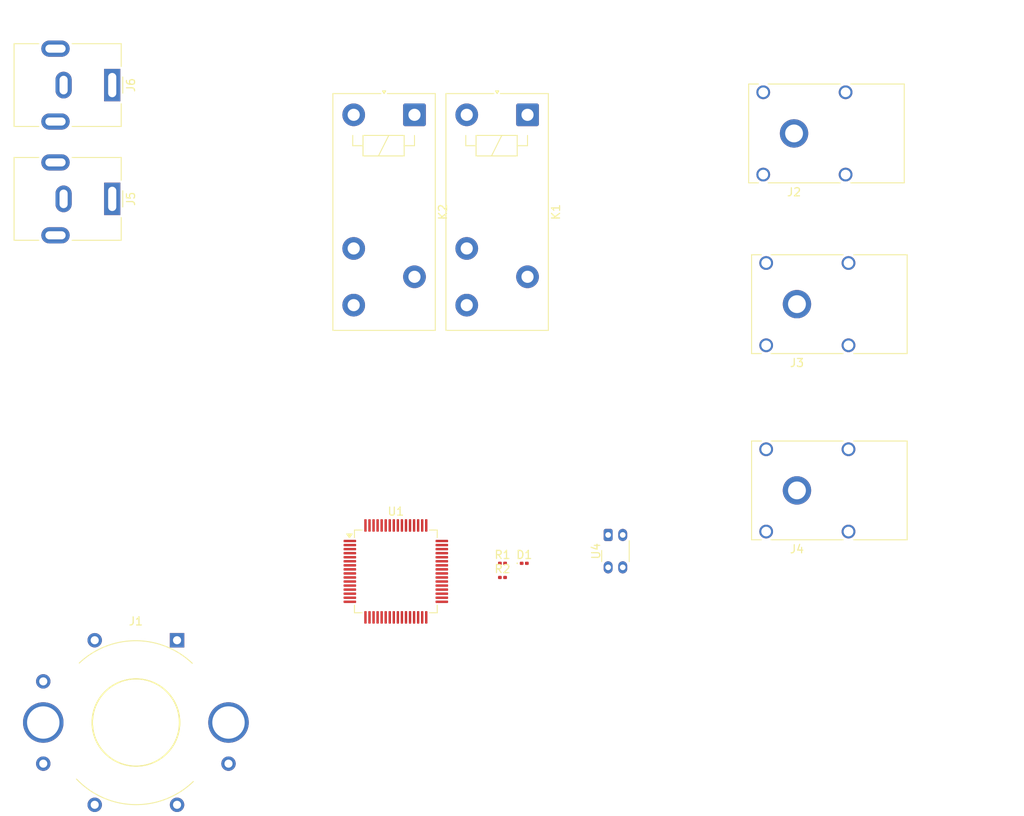
<source format=kicad_pcb>
(kicad_pcb (version 20241229) (generator "pcbnew") (generator_version "9.0")
  (layers (0 "F.Cu" signal) (2 "B.Cu" signal) (13 "F.Paste" user) (15 "B.Paste" user) (5 "F.SilkS" user "F.Silkscreen") (7 "B.SilkS" user "B.Silkscreen") (1 "F.Mask" user) (3 "B.Mask" user) (25 "Edge.Cuts" user))
  (net 0 "")
  (net 1 "Net-(D1-A)")
  (net 2 "Net-(J2-Pin_2)")
  (net 3 "Earth")
  (net 10 "Net-(U1-VSS-Pad18)")
  (net 12 "Net-(U1-PA4)")
  (net 20 "Net-(U1-PA10)")
  (net 34 "Net-(U1-PA6)")
  (net 41 "Net-(U1-PA8)")
  (net 55 "Net-(U1-PA7)")
  (net 57 "Net-(U1-PA9)")
  (net 65 "Net-(U4-A)")
  (net 66 "Chargeur +12V")
  (net 67 "Net-(D1-K)")
  (net 68 "Net-(J3-Pin_1)")
  (net 69 "Net-(J4-Pin_1)")
  (net 70 "Net-(J5-Pin_1)")
  (net 71 "Net-(J6-Pin_1)")
  (footprint "Connector_BarrelJack:BarrelJack_CUI_PJ-063AH_Horizontal" (layer "F.Cu") (at 75 71 -90)
    (property "Reference" "J5" (at 0 -2.3 90) (layer "F.SilkS"))
    (property "Value" "Plug Detecteur de proximite")
    (fp_line (start -5.11 12.11) (end -5.11 9.05) (stroke (width 0.12)) (layer "F.SilkS"))
    (fp_line (start 5.11 12.11) (end -5.11 12.11) (stroke (width 0.12)) (layer "F.SilkS"))
    (fp_line (start 5.11 9.05) (end 5.11 12.11) (stroke (width 0.12)) (layer "F.SilkS"))
    (fp_line (start -5.11 4.95) (end -5.11 -1.11) (stroke (width 0.12)) (layer "F.SilkS"))
    (fp_line (start -5.11 -1.11) (end -2.3 -1.11) (stroke (width 0.12)) (layer "F.SilkS"))
    (fp_line (start 2.3 -1.11) (end 5.11 -1.11) (stroke (width 0.12)) (layer "F.SilkS"))
    (fp_line (start 5.11 -1.11) (end 5.11 4.95) (stroke (width 0.12)) (layer "F.SilkS"))
    (fp_line (start -1 -1.3) (end 1 -1.3) (stroke (width 0.12)) (layer "F.SilkS"))
    (pad "" np_thru_hole circle (at 0 9 270) (size 1.6 1.6) (drill 1.6) (layers "*.Cu" "*.Mask"))
    (pad "1" thru_hole rect (at 0 0 270) (size 4 2) (drill oval 3 1) (layers "*.Cu" "*.Mask") (net 70 "Net-(J5-Pin_1)"))
    (pad "2" thru_hole oval (at 0 6 270) (size 3.3 2) (drill oval 2.3 1) (layers "*.Cu" "*.Mask"))
    (pad "MP" thru_hole oval (at -4.5 7 270) (size 2 3.5) (drill oval 1 2.5) (layers "*.Cu" "*.Mask"))
    (pad "MP" thru_hole oval (at 4.5 7 270) (size 2 3.5) (drill oval 1 2.5) (layers "*.Cu" "*.Mask"))
  )
  (footprint "Resistor_SMD:R_0201_0603Metric" (layer "F.Cu") (at 123.16 116)
    (property "Reference" "R1" (at 0 -1.05 0) (layer "F.SilkS"))
    (property "Value" "R")
    (pad "1" smd roundrect (at -0.32 0) (size 0.46 0.4) (layers "F.Cu" "F.Mask") (net 3 "Earth"))
    (pad "2" smd roundrect (at 0.32 0) (size 0.46 0.4) (layers "F.Cu" "F.Mask") (net 70 "Net-(J5-Pin_1)"))
  )
  (footprint "LED_SMD:LED_0201_0603Metric" (layer "F.Cu") (at 125.845 116)
    (property "Reference" "D1" (at 0 -1.05 0) (layer "F.SilkS"))
    (property "Value" "D")
    (fp_circle (center -0.86 0) (end -0.81 0) (stroke (width 0.1)) (fill no) (layer "F.SilkS"))
    (pad "1" smd roundrect (at -0.32 0) (size 0.46 0.4) (layers "F.Cu" "F.Mask") (net 67 "Net-(D1-K)"))
    (pad "2" smd roundrect (at 0.32 0) (size 0.46 0.4) (layers "F.Cu" "F.Mask") (net 1 "Net-(D1-A)"))
  )
  (footprint "Connector:Banana_Cliff_FCR7350B_S16N-PC_Horizontal" (layer "F.Cu") (at 159.5 107 180)
    (property "Reference" "J4" (at 0 -7.25 0) (layer "F.SilkS"))
    (property "Value" "Plug Charge 2")
    (fp_line (start 5.6 6.1) (end 5.6 -6.1) (stroke (width 0.12)) (layer "F.SilkS"))
    (fp_line (start 5.6 -6.1) (end 4.4 -6.1) (stroke (width 0.12)) (layer "F.SilkS"))
    (fp_line (start 4.4 6.1) (end 5.6 6.1) (stroke (width 0.12)) (layer "F.SilkS"))
    (fp_line (start 3.2 -6.1) (end -5.7 -6.1) (stroke (width 0.12)) (layer "F.SilkS"))
    (fp_line (start -5.7 6.1) (end 3.2 6.1) (stroke (width 0.12)) (layer "F.SilkS"))
    (fp_line (start -7 -6.1) (end -13.6 -6.1) (stroke (width 0.12)) (layer "F.SilkS"))
    (fp_line (start -13.6 6.1) (end -7 6.1) (stroke (width 0.12)) (layer "F.SilkS"))
    (fp_line (start -13.6 -6.1) (end -13.6 6.1) (stroke (width 0.12)) (layer "F.SilkS"))
    (pad "" np_thru_hole circle (at -6.36 -5.08 180) (size 1.7 1.7) (drill 1.2) (layers "*.Cu" "*.Mask"))
    (pad "" np_thru_hole circle (at -6.36 5.08 180) (size 1.7 1.7) (drill 1.2) (layers "*.Cu" "*.Mask"))
    (pad "" np_thru_hole circle (at 3.8 -5.08 180) (size 1.7 1.7) (drill 1.2) (layers "*.Cu" "*.Mask"))
    (pad "" np_thru_hole circle (at 3.8 5.08 180) (size 1.7 1.7) (drill 1.2) (layers "*.Cu" "*.Mask"))
    (pad "1" thru_hole circle (at 0 0 180) (size 3.5 3.5) (drill 2.2) (layers "*.Cu" "*.Mask") (net 69 "Net-(J4-Pin_1)"))
  )
  (footprint "Connector_BarrelJack:BarrelJack_CUI_PJ-063AH_Horizontal" (layer "F.Cu") (at 75 56.95 -90)
    (property "Reference" "J6" (at 0 -2.3 90) (layer "F.SilkS"))
    (property "Value" "Plug Permission de Charge")
    (fp_line (start -5.11 12.11) (end -5.11 9.05) (stroke (width 0.12)) (layer "F.SilkS"))
    (fp_line (start 5.11 12.11) (end -5.11 12.11) (stroke (width 0.12)) (layer "F.SilkS"))
    (fp_line (start 5.11 9.05) (end 5.11 12.11) (stroke (width 0.12)) (layer "F.SilkS"))
    (fp_line (start -5.11 4.95) (end -5.11 -1.11) (stroke (width 0.12)) (layer "F.SilkS"))
    (fp_line (start -5.11 -1.11) (end -2.3 -1.11) (stroke (width 0.12)) (layer "F.SilkS"))
    (fp_line (start 2.3 -1.11) (end 5.11 -1.11) (stroke (width 0.12)) (layer "F.SilkS"))
    (fp_line (start 5.11 -1.11) (end 5.11 4.95) (stroke (width 0.12)) (layer "F.SilkS"))
    (fp_line (start -1 -1.3) (end 1 -1.3) (stroke (width 0.12)) (layer "F.SilkS"))
    (pad "" np_thru_hole circle (at 0 9 270) (size 1.6 1.6) (drill 1.6) (layers "*.Cu" "*.Mask"))
    (pad "1" thru_hole rect (at 0 0 270) (size 4 2) (drill oval 3 1) (layers "*.Cu" "*.Mask") (net 71 "Net-(J6-Pin_1)"))
    (pad "2" thru_hole oval (at 0 6 270) (size 3.3 2) (drill oval 2.3 1) (layers "*.Cu" "*.Mask"))
    (pad "MP" thru_hole oval (at -4.5 7 270) (size 2 3.5) (drill oval 1 2.5) (layers "*.Cu" "*.Mask"))
    (pad "MP" thru_hole oval (at 4.5 7 270) (size 2 3.5) (drill oval 1 2.5) (layers "*.Cu" "*.Mask"))
  )
  (footprint "Valve:Valve_Mini_G" (layer "F.Cu") (at 83 125.5)
    (property "Reference" "J1" (at -5.08 -2.34 0) (layer "F.SilkS"))
    (property "Value" "Reseau EDF")
    (fp_arc (start -12.07 2.82) (mid -5.089383 0.058484) (end 1.87996 2.848331) (stroke (width 0.12)) (layer "F.SilkS"))
    (fp_arc (start 2.01 17.44) (mid -5.258654 20.298958) (end -12.403532 17.143378) (stroke (width 0.12)) (layer "F.SilkS"))
    (fp_circle (center -5.11 10.16) (end -8.92 13.97) (stroke (width 0.12)) (fill no) (layer "F.SilkS"))
    (fp_circle (center -5.05 10.16) (end -1.24 13.97) (stroke (width 0.12)) (fill no) (layer "F.SilkS"))
    (fp_circle (center -5.05 10.16) (end -1.24 13.97) (stroke (width 0.12)) (fill no) (layer "F.SilkS"))
    (fp_circle (center -5.05 10.16) (end -1.24 13.97) (stroke (width 0.12)) (fill no) (layer "F.SilkS"))
    (pad "" thru_hole circle (at -16.51 10.16) (size 5 5) (drill 4) (layers "*.Cu" "*.Mask"))
    (pad "" thru_hole circle (at 6.35 10.16) (size 5 5) (drill 4) (layers "*.Cu" "*.Mask"))
    (pad "1" thru_hole rect (at 0 0) (size 1.78 1.78) (drill 1) (layers "*.Cu" "*.Mask") (net 2 "Net-(J2-Pin_2)"))
    (pad "2" thru_hole circle (at -10.16 0) (size 1.78 1.78) (drill 1) (layers "*.Cu" "*.Mask") (net 1 "Net-(D1-A)"))
    (pad "3" thru_hole circle (at -16.51 5.08) (size 1.78 1.78) (drill 1) (layers "*.Cu" "*.Mask") (net 3 "Earth"))
    (pad "4" thru_hole circle (at -16.51 15.24) (size 1.78 1.78) (drill 1) (layers "*.Cu" "*.Mask"))
    (pad "5" thru_hole circle (at -10.16 20.32) (size 1.78 1.78) (drill 1) (layers "*.Cu" "*.Mask"))
    (pad "6" thru_hole circle (at 0 20.32) (size 1.78 1.78) (drill 1) (layers "*.Cu" "*.Mask"))
    (pad "7" thru_hole circle (at 6.35 15.24) (size 1.78 1.78) (drill 1) (layers "*.Cu" "*.Mask"))
  )
  (footprint "Relay_THT:Relay_SPDT_Finder_40.31" (layer "F.Cu") (at 126.25 60.622206 -90)
    (property "Reference" "K1" (at 12 -3.5 90) (layer "F.SilkS"))
    (property "Value" "Relai Charge 1 - D1")
    (fp_line (start 26.62 10.07) (end -2.62 10.07) (stroke (width 0.12)) (layer "F.SilkS"))
    (fp_line (start 3.81 7.62) (end 2.54 7.62) (stroke (width 0.12)) (layer "F.SilkS"))
    (fp_line (start 2.54 6.35) (end 2.54 1.27) (stroke (width 0.12)) (layer "F.SilkS"))
    (fp_line (start 3.81 6.35) (end 3.81 7.62) (stroke (width 0.12)) (layer "F.SilkS"))
    (fp_line (start 5.08 6.35) (end 2.54 6.35) (stroke (width 0.12)) (layer "F.SilkS"))
    (fp_line (start -2.62 4.15) (end -2.62 10.07) (stroke (width 0.12)) (layer "F.SilkS"))
    (fp_line (start -2.62 3.35) (end -2.62 -2.57) (stroke (width 0.12)) (layer "F.SilkS"))
    (fp_line (start 2.54 3.175) (end 5.08 4.445) (stroke (width 0.12)) (layer "F.SilkS"))
    (fp_line (start 2.54 1.27) (end 3.81 1.27) (stroke (width 0.12)) (layer "F.SilkS"))
    (fp_line (start 3.81 1.27) (end 5.08 1.27) (stroke (width 0.12)) (layer "F.SilkS"))
    (fp_line (start 5.08 1.27) (end 5.08 6.35) (stroke (width 0.12)) (layer "F.SilkS"))
    (fp_line (start 2.54 0) (end 3.81 0) (stroke (width 0.12)) (layer "F.SilkS"))
    (fp_line (start 3.81 0) (end 3.81 1.27) (stroke (width 0.12)) (layer "F.SilkS"))
    (fp_line (start -2.62 -2.57) (end 26.62 -2.57) (stroke (width 0.12)) (layer "F.SilkS"))
    (fp_line (start 26.62 -2.57) (end 26.62 10.07) (stroke (width 0.12)) (layer "F.SilkS"))
    (fp_poly (pts (xy -2.62 3.75) (xy -2.959411 3.95) (xy -2.959411 3.55) (xy -2.62 3.75)) (stroke (width 0.12)) (fill yes) (layer "F.SilkS"))
    (pad "11" thru_hole circle (at 20 0 270) (size 2.8 2.8) (drill 1.5) (layers "*.Cu" "*.Mask"))
    (pad "12" thru_hole circle (at 16.5 7.5 270) (size 2.8 2.8) (drill 1.5) (layers "*.Cu" "*.Mask"))
    (pad "14" thru_hole circle (at 23.5 7.5 270) (size 2.8 2.8) (drill 1.5) (layers "*.Cu" "*.Mask") (net 66 "Chargeur +12V"))
    (pad "A1" thru_hole roundrect (at 0 0 270) (size 2.8 2.8) (drill 1.5) (layers "*.Cu" "*.Mask") (roundrect_rratio 0.08928571429) (net 12 "Net-(U1-PA4)"))
    (pad "A2" thru_hole circle (at 0 7.5 270) (size 2.8 2.8) (drill 1.5) (layers "*.Cu" "*.Mask") (net 34 "Net-(U1-PA6)"))
  )
  (footprint "Connector:Banana_Cliff_FCR7350B_S16N-PC_Horizontal" (layer "F.Cu") (at 159.5 84 180)
    (property "Reference" "J3" (at 0 -7.25 0) (layer "F.SilkS"))
    (property "Value" "Plug Charge 1")
    (fp_line (start 5.6 6.1) (end 5.6 -6.1) (stroke (width 0.12)) (layer "F.SilkS"))
    (fp_line (start 5.6 -6.1) (end 4.4 -6.1) (stroke (width 0.12)) (layer "F.SilkS"))
    (fp_line (start 4.4 6.1) (end 5.6 6.1) (stroke (width 0.12)) (layer "F.SilkS"))
    (fp_line (start 3.2 -6.1) (end -5.7 -6.1) (stroke (width 0.12)) (layer "F.SilkS"))
    (fp_line (start -5.7 6.1) (end 3.2 6.1) (stroke (width 0.12)) (layer "F.SilkS"))
    (fp_line (start -7 -6.1) (end -13.6 -6.1) (stroke (width 0.12)) (layer "F.SilkS"))
    (fp_line (start -13.6 6.1) (end -7 6.1) (stroke (width 0.12)) (layer "F.SilkS"))
    (fp_line (start -13.6 -6.1) (end -13.6 6.1) (stroke (width 0.12)) (layer "F.SilkS"))
    (pad "" np_thru_hole circle (at -6.36 -5.08 180) (size 1.7 1.7) (drill 1.2) (layers "*.Cu" "*.Mask"))
    (pad "" np_thru_hole circle (at -6.36 5.08 180) (size 1.7 1.7) (drill 1.2) (layers "*.Cu" "*.Mask"))
    (pad "" np_thru_hole circle (at 3.8 -5.08 180) (size 1.7 1.7) (drill 1.2) (layers "*.Cu" "*.Mask"))
    (pad "" np_thru_hole circle (at 3.8 5.08 180) (size 1.7 1.7) (drill 1.2) (layers "*.Cu" "*.Mask"))
    (pad "1" thru_hole circle (at 0 0 180) (size 3.5 3.5) (drill 2.2) (layers "*.Cu" "*.Mask") (net 68 "Net-(J3-Pin_1)"))
  )
  (footprint "Resistor_SMD:R_0201_0603Metric" (layer "F.Cu") (at 123.16 117.75)
    (property "Reference" "R2" (at 0 -1.05 0) (layer "F.SilkS"))
    (property "Value" "R")
    (pad "1" smd roundrect (at -0.32 0) (size 0.46 0.4) (layers "F.Cu" "F.Mask") (net 65 "Net-(U4-A)"))
    (pad "2" smd roundrect (at 0.32 0) (size 0.46 0.4) (layers "F.Cu" "F.Mask") (net 71 "Net-(J6-Pin_1)"))
  )
  (footprint "Connector:Banana_Cliff_FCR7350B_S16N-PC_Horizontal" (layer "F.Cu") (at 159.14 62.92 180)
    (property "Reference" "J2" (at 0 -7.25 0) (layer "F.SilkS"))
    (property "Value" "Connecteur EVSE-Vehicule")
    (fp_line (start 5.6 6.1) (end 5.6 -6.1) (stroke (width 0.12)) (layer "F.SilkS"))
    (fp_line (start 5.6 -6.1) (end 4.4 -6.1) (stroke (width 0.12)) (layer "F.SilkS"))
    (fp_line (start 4.4 6.1) (end 5.6 6.1) (stroke (width 0.12)) (layer "F.SilkS"))
    (fp_line (start 3.2 -6.1) (end -5.7 -6.1) (stroke (width 0.12)) (layer "F.SilkS"))
    (fp_line (start -5.7 6.1) (end 3.2 6.1) (stroke (width 0.12)) (layer "F.SilkS"))
    (fp_line (start -7 -6.1) (end -13.6 -6.1) (stroke (width 0.12)) (layer "F.SilkS"))
    (fp_line (start -13.6 6.1) (end -7 6.1) (stroke (width 0.12)) (layer "F.SilkS"))
    (fp_line (start -13.6 -6.1) (end -13.6 6.1) (stroke (width 0.12)) (layer "F.SilkS"))
    (pad "" np_thru_hole circle (at -6.36 -5.08 180) (size 1.7 1.7) (drill 1.2) (layers "*.Cu" "*.Mask"))
    (pad "" np_thru_hole circle (at -6.36 5.08 180) (size 1.7 1.7) (drill 1.2) (layers "*.Cu" "*.Mask"))
    (pad "" np_thru_hole circle (at 3.8 -5.08 180) (size 1.7 1.7) (drill 1.2) (layers "*.Cu" "*.Mask"))
    (pad "" np_thru_hole circle (at 3.8 5.08 180) (size 1.7 1.7) (drill 1.2) (layers "*.Cu" "*.Mask"))
    (pad "1" thru_hole circle (at 0 0 180) (size 3.5 3.5) (drill 2.2) (layers "*.Cu" "*.Mask") (net 67 "Net-(D1-K)"))
  )
  (footprint "Package_QFP:LQFP-64_10x10mm_P0.5mm" (layer "F.Cu") (at 110 117)
    (property "Reference" "U1" (at 0 -7.4 0) (layer "F.SilkS"))
    (property "Value" "STM32L476RGTx")
    (fp_line (start -5.11 -5.11) (end -5.11 -4.16) (stroke (width 0.12)) (layer "F.SilkS"))
    (fp_line (start -5.11 5.11) (end -5.11 4.16) (stroke (width 0.12)) (layer "F.SilkS"))
    (fp_line (start -4.16 -5.11) (end -5.11 -5.11) (stroke (width 0.12)) (layer "F.SilkS"))
    (fp_line (start -4.16 5.11) (end -5.11 5.11) (stroke (width 0.12)) (layer "F.SilkS"))
    (fp_line (start 4.16 -5.11) (end 5.11 -5.11) (stroke (width 0.12)) (layer "F.SilkS"))
    (fp_line (start 4.16 5.11) (end 5.11 5.11) (stroke (width 0.12)) (layer "F.SilkS"))
    (fp_line (start 5.11 -5.11) (end 5.11 -4.16) (stroke (width 0.12)) (layer "F.SilkS"))
    (fp_line (start 5.11 5.11) (end 5.11 4.16) (stroke (width 0.12)) (layer "F.SilkS"))
    (fp_poly (pts (xy -5.725 -4.16) (xy -6.065 -4.63) (xy -5.385 -4.63) (xy -5.725 -4.16)) (stroke (width 0.12)) (fill yes) (layer "F.SilkS"))
    (pad "1" smd roundrect (at -5.675 -3.75) (size 1.55 0.3) (layers "F.Cu" "F.Mask" "F.Paste"))
    (pad "2" smd roundrect (at -5.675 -3.25) (size 1.55 0.3) (layers "F.Cu" "F.Mask" "F.Paste"))
    (pad "3" smd roundrect (at -5.675 -2.75) (size 1.55 0.3) (layers "F.Cu" "F.Mask" "F.Paste"))
    (pad "4" smd roundrect (at -5.675 -2.25) (size 1.55 0.3) (layers "F.Cu" "F.Mask" "F.Paste"))
    (pad "5" smd roundrect (at -5.675 -1.75) (size 1.55 0.3) (layers "F.Cu" "F.Mask" "F.Paste"))
    (pad "6" smd roundrect (at -5.675 -1.25) (size 1.55 0.3) (layers "F.Cu" "F.Mask" "F.Paste"))
    (pad "7" smd roundrect (at -5.675 -0.75) (size 1.55 0.3) (layers "F.Cu" "F.Mask" "F.Paste"))
    (pad "8" smd roundrect (at -5.675 -0.25) (size 1.55 0.3) (layers "F.Cu" "F.Mask" "F.Paste"))
    (pad "9" smd roundrect (at -5.675 0.25) (size 1.55 0.3) (layers "F.Cu" "F.Mask" "F.Paste"))
    (pad "10" smd roundrect (at -5.675 0.75) (size 1.55 0.3) (layers "F.Cu" "F.Mask" "F.Paste"))
    (pad "11" smd roundrect (at -5.675 1.25) (size 1.55 0.3) (layers "F.Cu" "F.Mask" "F.Paste"))
    (pad "12" smd roundrect (at -5.675 1.75) (size 1.55 0.3) (layers "F.Cu" "F.Mask" "F.Paste"))
    (pad "13" smd roundrect (at -5.675 2.25) (size 1.55 0.3) (layers "F.Cu" "F.Mask" "F.Paste"))
    (pad "14" smd roundrect (at -5.675 2.75) (size 1.55 0.3) (layers "F.Cu" "F.Mask" "F.Paste"))
    (pad "15" smd roundrect (at -5.675 3.25) (size 1.55 0.3) (layers "F.Cu" "F.Mask" "F.Paste"))
    (pad "16" smd roundrect (at -5.675 3.75) (size 1.55 0.3) (layers "F.Cu" "F.Mask" "F.Paste"))
    (pad "17" smd roundrect (at -3.75 5.675) (size 0.3 1.55) (layers "F.Cu" "F.Mask" "F.Paste"))
    (pad "18" smd roundrect (at -3.25 5.675) (size 0.3 1.55) (layers "F.Cu" "F.Mask" "F.Paste") (net 10 "Net-(U1-VSS-Pad18)"))
    (pad "19" smd roundrect (at -2.75 5.675) (size 0.3 1.55) (layers "F.Cu" "F.Mask" "F.Paste"))
    (pad "20" smd roundrect (at -2.25 5.675) (size 0.3 1.55) (layers "F.Cu" "F.Mask" "F.Paste") (net 12 "Net-(U1-PA4)"))
    (pad "21" smd roundrect (at -1.75 5.675) (size 0.3 1.55) (layers "F.Cu" "F.Mask" "F.Paste"))
    (pad "22" smd roundrect (at -1.25 5.675) (size 0.3 1.55) (layers "F.Cu" "F.Mask" "F.Paste") (net 34 "Net-(U1-PA6)"))
    (pad "23" smd roundrect (at -0.75 5.675) (size 0.3 1.55) (layers "F.Cu" "F.Mask" "F.Paste") (net 55 "Net-(U1-PA7)"))
    (pad "24" smd roundrect (at -0.25 5.675) (size 0.3 1.55) (layers "F.Cu" "F.Mask" "F.Paste"))
    (pad "25" smd roundrect (at 0.25 5.675) (size 0.3 1.55) (layers "F.Cu" "F.Mask" "F.Paste"))
    (pad "26" smd roundrect (at 0.75 5.675) (size 0.3 1.55) (layers "F.Cu" "F.Mask" "F.Paste"))
    (pad "27" smd roundrect (at 1.25 5.675) (size 0.3 1.55) (layers "F.Cu" "F.Mask" "F.Paste"))
    (pad "28" smd roundrect (at 1.75 5.675) (size 0.3 1.55) (layers "F.Cu" "F.Mask" "F.Paste"))
    (pad "29" smd roundrect (at 2.25 5.675) (size 0.3 1.55) (layers "F.Cu" "F.Mask" "F.Paste"))
    (pad "30" smd roundrect (at 2.75 5.675) (size 0.3 1.55) (layers "F.Cu" "F.Mask" "F.Paste"))
    (pad "31" smd roundrect (at 3.25 5.675) (size 0.3 1.55) (layers "F.Cu" "F.Mask" "F.Paste") (net 10 "Net-(U1-VSS-Pad18)"))
    (pad "32" smd roundrect (at 3.75 5.675) (size 0.3 1.55) (layers "F.Cu" "F.Mask" "F.Paste"))
    (pad "33" smd roundrect (at 5.675 3.75) (size 1.55 0.3) (layers "F.Cu" "F.Mask" "F.Paste"))
    (pad "34" smd roundrect (at 5.675 3.25) (size 1.55 0.3) (layers "F.Cu" "F.Mask" "F.Paste"))
    (pad "35" smd roundrect (at 5.675 2.75) (size 1.55 0.3) (layers "F.Cu" "F.Mask" "F.Paste"))
    (pad "36" smd roundrect (at 5.675 2.25) (size 1.55 0.3) (layers "F.Cu" "F.Mask" "F.Paste"))
    (pad "37" smd roundrect (at 5.675 1.75) (size 1.55 0.3) (layers "F.Cu" "F.Mask" "F.Paste"))
    (pad "38" smd roundrect (at 5.675 1.25) (size 1.55 0.3) (layers "F.Cu" "F.Mask" "F.Paste"))
    (pad "39" smd roundrect (at 5.675 0.75) (size 1.55 0.3) (layers "F.Cu" "F.Mask" "F.Paste"))
    (pad "40" smd roundrect (at 5.675 0.25) (size 1.55 0.3) (layers "F.Cu" "F.Mask" "F.Paste"))
    (pad "41" smd roundrect (at 5.675 -0.25) (size 1.55 0.3) (layers "F.Cu" "F.Mask" "F.Paste") (net 41 "Net-(U1-PA8)"))
    (pad "42" smd roundrect (at 5.675 -0.75) (size 1.55 0.3) (layers "F.Cu" "F.Mask" "F.Paste") (net 57 "Net-(U1-PA9)"))
    (pad "43" smd roundrect (at 5.675 -1.25) (size 1.55 0.3) (layers "F.Cu" "F.Mask" "F.Paste") (net 20 "Net-(U1-PA10)"))
    (pad "44" smd roundrect (at 5.675 -1.75) (size 1.55 0.3) (layers "F.Cu" "F.Mask" "F.Paste"))
    (pad "45" smd roundrect (at 5.675 -2.25) (size 1.55 0.3) (layers "F.Cu" "F.Mask" "F.Paste"))
    (pad "46" smd roundrect (at 5.675 -2.75) (size 1.55 0.3) (layers "F.Cu" "F.Mask" "F.Paste"))
    (pad "47" smd roundrect (at 5.675 -3.25) (size 1.55 0.3) (layers "F.Cu" "F.Mask" "F.Paste") (net 10 "Net-(U1-VSS-Pad18)"))
    (pad "48" smd roundrect (at 5.675 -3.75) (size 1.55 0.3) (layers "F.Cu" "F.Mask" "F.Paste"))
    (pad "49" smd roundrect (at 3.75 -5.675) (size 0.3 1.55) (layers "F.Cu" "F.Mask" "F.Paste"))
    (pad "50" smd roundrect (at 3.25 -5.675) (size 0.3 1.55) (layers "F.Cu" "F.Mask" "F.Paste"))
    (pad "51" smd roundrect (at 2.75 -5.675) (size 0.3 1.55) (layers "F.Cu" "F.Mask" "F.Paste"))
    (pad "52" smd roundrect (at 2.25 -5.675) (size 0.3 1.55) (layers "F.Cu" "F.Mask" "F.Paste"))
    (pad "53" smd roundrect (at 1.75 -5.675) (size 0.3 1.55) (layers "F.Cu" "F.Mask" "F.Paste"))
    (pad "54" smd roundrect (at 1.25 -5.675) (size 0.3 1.55) (layers "F.Cu" "F.Mask" "F.Paste"))
    (pad "55" smd roundrect (at 0.75 -5.675) (size 0.3 1.55) (layers "F.Cu" "F.Mask" "F.Paste"))
    (pad "56" smd roundrect (at 0.25 -5.675) (size 0.3 1.55) (layers "F.Cu" "F.Mask" "F.Paste"))
    (pad "57" smd roundrect (at -0.25 -5.675) (size 0.3 1.55) (layers "F.Cu" "F.Mask" "F.Paste"))
    (pad "58" smd roundrect (at -0.75 -5.675) (size 0.3 1.55) (layers "F.Cu" "F.Mask" "F.Paste"))
    (pad "59" smd roundrect (at -1.25 -5.675) (size 0.3 1.55) (layers "F.Cu" "F.Mask" "F.Paste"))
    (pad "60" smd roundrect (at -1.75 -5.675) (size 0.3 1.55) (layers "F.Cu" "F.Mask" "F.Paste"))
    (pad "61" smd roundrect (at -2.25 -5.675) (size 0.3 1.55) (layers "F.Cu" "F.Mask" "F.Paste"))
    (pad "62" smd roundrect (at -2.75 -5.675) (size 0.3 1.55) (layers "F.Cu" "F.Mask" "F.Paste"))
    (pad "63" smd roundrect (at -3.25 -5.675) (size 0.3 1.55) (layers "F.Cu" "F.Mask" "F.Paste") (net 10 "Net-(U1-VSS-Pad18)"))
    (pad "64" smd roundrect (at -3.75 -5.675) (size 0.3 1.55) (layers "F.Cu" "F.Mask" "F.Paste"))
  )
  (footprint "OptoDevice:Kodenshi_SG105F" (layer "F.Cu") (at 136.2 112.5)
    (property "Reference" "U4" (at -1.5 2 90) (layer "F.SilkS"))
    (property "Value" "Optocoupleur")
    (fp_line (start -0.8 1.92) (end -0.8 3.3) (stroke (width 0.12)) (layer "F.SilkS"))
    (fp_line (start 2.6 3.3) (end 2.6 0.71) (stroke (width 0.12)) (layer "F.SilkS"))
    (pad "1" thru_hole roundrect (at 0 0) (size 1.1 1.5) (drill 0.7) (layers "*.Cu" "*.Mask") (roundrect_rratio 0.227) (net 65 "Net-(U4-A)"))
    (pad "2" thru_hole oval (at 0 4) (size 1.1 1.5) (drill 0.7) (layers "*.Cu" "*.Mask") (net 66 "Chargeur +12V"))
    (pad "3" thru_hole oval (at 1.8 4) (size 1.1 1.5) (drill 0.7) (layers "*.Cu" "*.Mask") (net 57 "Net-(U1-PA9)"))
    (pad "4" thru_hole oval (at 1.8 0) (size 1.1 1.5) (drill 0.7) (layers "*.Cu" "*.Mask") (net 20 "Net-(U1-PA10)"))
  )
  (footprint "Relay_THT:Relay_SPDT_Finder_40.31" (layer "F.Cu") (at 112.3 60.622206 -90)
    (property "Reference" "K2" (at 12 -3.5 90) (layer "F.SilkS"))
    (property "Value" "Relai Charge 2 - D2")
    (fp_line (start 26.62 10.07) (end -2.62 10.07) (stroke (width 0.12)) (layer "F.SilkS"))
    (fp_line (start 3.81 7.62) (end 2.54 7.62) (stroke (width 0.12)) (layer "F.SilkS"))
    (fp_line (start 2.54 6.35) (end 2.54 1.27) (stroke (width 0.12)) (layer "F.SilkS"))
    (fp_line (start 3.81 6.35) (end 3.81 7.62) (stroke (width 0.12)) (layer "F.SilkS"))
    (fp_line (start 5.08 6.35) (end 2.54 6.35) (stroke (width 0.12)) (layer "F.SilkS"))
    (fp_line (start -2.62 4.15) (end -2.62 10.07) (stroke (width 0.12)) (layer "F.SilkS"))
    (fp_line (start -2.62 3.35) (end -2.62 -2.57) (stroke (width 0.12)) (layer "F.SilkS"))
    (fp_line (start 2.54 3.175) (end 5.08 4.445) (stroke (width 0.12)) (layer "F.SilkS"))
    (fp_line (start 2.54 1.27) (end 3.81 1.27) (stroke (width 0.12)) (layer "F.SilkS"))
    (fp_line (start 3.81 1.27) (end 5.08 1.27) (stroke (width 0.12)) (layer "F.SilkS"))
    (fp_line (start 5.08 1.27) (end 5.08 6.35) (stroke (width 0.12)) (layer "F.SilkS"))
    (fp_line (start 2.54 0) (end 3.81 0) (stroke (width 0.12)) (layer "F.SilkS"))
    (fp_line (start 3.81 0) (end 3.81 1.27) (stroke (width 0.12)) (layer "F.SilkS"))
    (fp_line (start -2.62 -2.57) (end 26.62 -2.57) (stroke (width 0.12)) (layer "F.SilkS"))
    (fp_line (start 26.62 -2.57) (end 26.62 10.07) (stroke (width 0.12)) (layer "F.SilkS"))
    (fp_poly (pts (xy -2.62 3.75) (xy -2.959411 3.95) (xy -2.959411 3.55) (xy -2.62 3.75)) (stroke (width 0.12)) (fill yes) (layer "F.SilkS"))
    (pad "11" thru_hole circle (at 20 0 270) (size 2.8 2.8) (drill 1.5) (layers "*.Cu" "*.Mask"))
    (pad "12" thru_hole circle (at 16.5 7.5 270) (size 2.8 2.8) (drill 1.5) (layers "*.Cu" "*.Mask"))
    (pad "14" thru_hole circle (at 23.5 7.5 270) (size 2.8 2.8) (drill 1.5) (layers "*.Cu" "*.Mask") (net 3 "Earth"))
    (pad "A1" thru_hole roundrect (at 0 0 270) (size 2.8 2.8) (drill 1.5) (layers "*.Cu" "*.Mask") (roundrect_rratio 0.08928571429) (net 55 "Net-(U1-PA7)"))
    (pad "A2" thru_hole circle (at 0 7.5 270) (size 2.8 2.8) (drill 1.5) (layers "*.Cu" "*.Mask") (net 41 "Net-(U1-PA8)"))
  )
)
</source>
